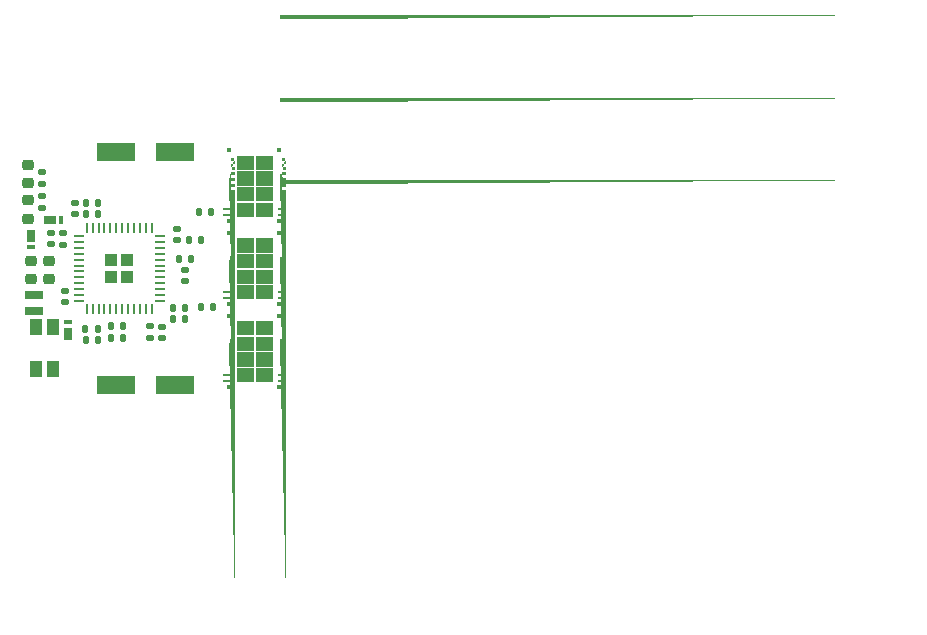
<source format=gtp>
G04 #@! TF.GenerationSoftware,KiCad,Pcbnew,(6.0.7-1)-1*
G04 #@! TF.CreationDate,2023-01-06T02:07:54-05:00*
G04 #@! TF.ProjectId,O32controller,4f333263-6f6e-4747-926f-6c6c65722e6b,rev?*
G04 #@! TF.SameCoordinates,Original*
G04 #@! TF.FileFunction,Paste,Top*
G04 #@! TF.FilePolarity,Positive*
%FSLAX46Y46*%
G04 Gerber Fmt 4.6, Leading zero omitted, Abs format (unit mm)*
G04 Created by KiCad (PCBNEW (6.0.7-1)-1) date 2023-01-06 02:07:54*
%MOMM*%
%LPD*%
G01*
G04 APERTURE LIST*
G04 Aperture macros list*
%AMRoundRect*
0 Rectangle with rounded corners*
0 $1 Rounding radius*
0 $2 $3 $4 $5 $6 $7 $8 $9 X,Y pos of 4 corners*
0 Add a 4 corners polygon primitive as box body*
4,1,4,$2,$3,$4,$5,$6,$7,$8,$9,$2,$3,0*
0 Add four circle primitives for the rounded corners*
1,1,$1+$1,$2,$3*
1,1,$1+$1,$4,$5*
1,1,$1+$1,$6,$7*
1,1,$1+$1,$8,$9*
0 Add four rect primitives between the rounded corners*
20,1,$1+$1,$2,$3,$4,$5,0*
20,1,$1+$1,$4,$5,$6,$7,0*
20,1,$1+$1,$6,$7,$8,$9,0*
20,1,$1+$1,$8,$9,$2,$3,0*%
%AMFreePoly0*
4,1,78,0.535355,2.120355,0.550000,2.085000,0.550000,1.935000,0.535355,1.899645,0.500000,1.885000,0.150000,1.885000,0.150000,1.635000,0.500000,1.635000,0.535355,1.620355,0.550000,1.585000,0.550000,1.435000,0.535355,1.399645,0.500000,1.385000,0.150000,1.385000,0.150000,1.135000,0.500000,1.135000,0.535355,1.120355,0.550000,1.085000,0.550000,0.935000,0.535355,0.899645,
0.500000,0.885000,0.150000,0.885000,0.150000,0.635000,0.500000,0.635000,0.535355,0.620355,0.550000,0.585000,0.550000,0.435000,0.535355,0.399645,0.500000,0.385000,0.150000,0.385000,0.150000,0.135000,0.500000,0.135000,0.535355,0.120355,0.550000,0.085000,0.550000,-0.065000,0.535355,-0.100355,0.500000,-0.115000,0.150000,-0.115000,0.150000,-0.365000,0.500000,-0.365000,
0.535355,-0.379645,0.550000,-0.415000,0.550000,-0.565000,0.535355,-0.600355,0.500000,-0.615000,0.150000,-0.615000,0.150000,-0.865000,0.500000,-0.865000,0.535355,-0.879645,0.550000,-0.915000,0.550000,-1.065000,0.535355,-1.100355,0.500000,-1.115000,0.150000,-1.115000,0.150000,-1.365000,0.500000,-1.365000,0.535355,-1.379645,0.550000,-1.415000,0.550000,-1.565000,0.535355,-1.600355,
0.500000,-1.615000,0.150000,-1.615000,0.150000,-1.865000,0.500000,-1.865000,0.535355,-1.879645,0.550000,-1.915000,0.550000,-2.065000,0.535355,-2.100355,0.500000,-2.115000,-0.100000,-2.115000,-0.102414,-2.114000,-0.150000,-2.114000,-0.150000,2.114000,-0.137987,2.114000,-0.135355,2.120355,-0.100000,2.135000,0.500000,2.135000,0.535355,2.120355,0.535355,2.120355,$1*%
G04 Aperture macros list end*
%ADD10C,0.100000*%
%ADD11R,0.385000X0.690000*%
%ADD12R,1.035000X0.690000*%
%ADD13RoundRect,0.218750X0.256250X-0.218750X0.256250X0.218750X-0.256250X0.218750X-0.256250X-0.218750X0*%
%ADD14RoundRect,0.140000X0.140000X0.170000X-0.140000X0.170000X-0.140000X-0.170000X0.140000X-0.170000X0*%
%ADD15RoundRect,0.225000X0.250000X-0.225000X0.250000X0.225000X-0.250000X0.225000X-0.250000X-0.225000X0*%
%ADD16R,1.050000X1.400000*%
%ADD17RoundRect,0.135000X0.135000X0.185000X-0.135000X0.185000X-0.135000X-0.185000X0.135000X-0.185000X0*%
%ADD18RoundRect,0.250000X-0.300000X-0.300000X0.300000X-0.300000X0.300000X0.300000X-0.300000X0.300000X0*%
%ADD19RoundRect,0.062500X-0.375000X-0.062500X0.375000X-0.062500X0.375000X0.062500X-0.375000X0.062500X0*%
%ADD20RoundRect,0.062500X-0.062500X-0.375000X0.062500X-0.375000X0.062500X0.375000X-0.062500X0.375000X0*%
%ADD21RoundRect,0.135000X0.185000X-0.135000X0.185000X0.135000X-0.185000X0.135000X-0.185000X-0.135000X0*%
%ADD22RoundRect,0.140000X-0.170000X0.140000X-0.170000X-0.140000X0.170000X-0.140000X0.170000X0.140000X0*%
%ADD23R,3.200000X1.600000*%
%ADD24RoundRect,0.135000X-0.135000X-0.185000X0.135000X-0.185000X0.135000X0.185000X-0.135000X0.185000X0*%
%ADD25R,0.700001X0.249999*%
%ADD26FreePoly0,0.000000*%
%ADD27FreePoly0,180.000000*%
%ADD28R,0.429999X0.375001*%
%ADD29R,1.600000X0.650000*%
%ADD30RoundRect,0.135000X-0.185000X0.135000X-0.185000X-0.135000X0.185000X-0.135000X0.185000X0.135000X0*%
%ADD31RoundRect,0.140000X0.170000X-0.140000X0.170000X0.140000X-0.170000X0.140000X-0.170000X-0.140000X0*%
%ADD32R,0.690000X0.385000*%
%ADD33R,0.690000X1.035000*%
%ADD34RoundRect,0.225000X-0.250000X0.225000X-0.250000X-0.225000X0.250000X-0.225000X0.250000X0.225000X0*%
G04 APERTURE END LIST*
G36*
X57919433Y-51420973D02*
G01*
X57928887Y-51423840D01*
X57937599Y-51428499D01*
X57945237Y-51434765D01*
X57951506Y-51442402D01*
X57956164Y-51451117D01*
X57959032Y-51460571D01*
X57960000Y-51470403D01*
X57960000Y-52489604D01*
X57959032Y-52499436D01*
X57956164Y-52508890D01*
X57951506Y-52517605D01*
X57945237Y-52525243D01*
X57937599Y-52531509D01*
X57928887Y-52536167D01*
X57919433Y-52539035D01*
X57909598Y-52540005D01*
X56600401Y-52540005D01*
X56590566Y-52539035D01*
X56581112Y-52536167D01*
X56572400Y-52531509D01*
X56564762Y-52525243D01*
X56558494Y-52517605D01*
X56553835Y-52508890D01*
X56550968Y-52499436D01*
X56550000Y-52489604D01*
X56550000Y-51470403D01*
X56550968Y-51460571D01*
X56553835Y-51451117D01*
X56558494Y-51442402D01*
X56564762Y-51434765D01*
X56572400Y-51428499D01*
X56581112Y-51423840D01*
X56590566Y-51420973D01*
X56600401Y-51420005D01*
X57909598Y-51420005D01*
X57919433Y-51420973D01*
G37*
D10*
X57919433Y-51420973D02*
X57928887Y-51423840D01*
X57937599Y-51428499D01*
X57945237Y-51434765D01*
X57951506Y-51442402D01*
X57956164Y-51451117D01*
X57959032Y-51460571D01*
X57960000Y-51470403D01*
X57960000Y-52489604D01*
X57959032Y-52499436D01*
X57956164Y-52508890D01*
X57951506Y-52517605D01*
X57945237Y-52525243D01*
X57937599Y-52531509D01*
X57928887Y-52536167D01*
X57919433Y-52539035D01*
X57909598Y-52540005D01*
X56600401Y-52540005D01*
X56590566Y-52539035D01*
X56581112Y-52536167D01*
X56572400Y-52531509D01*
X56564762Y-52525243D01*
X56558494Y-52517605D01*
X56553835Y-52508890D01*
X56550968Y-52499436D01*
X56550000Y-52489604D01*
X56550000Y-51470403D01*
X56550968Y-51460571D01*
X56553835Y-51451117D01*
X56558494Y-51442402D01*
X56564762Y-51434765D01*
X56572400Y-51428499D01*
X56581112Y-51423840D01*
X56590566Y-51420973D01*
X56600401Y-51420005D01*
X57909598Y-51420005D01*
X57919433Y-51420973D01*
G36*
X57919433Y-47460965D02*
G01*
X57928887Y-47463833D01*
X57937599Y-47468491D01*
X57945237Y-47474757D01*
X57951506Y-47482395D01*
X57956164Y-47491110D01*
X57959032Y-47500564D01*
X57960000Y-47510396D01*
X57960000Y-48529597D01*
X57959032Y-48539429D01*
X57956164Y-48548883D01*
X57951506Y-48557598D01*
X57945237Y-48565235D01*
X57937599Y-48571501D01*
X57928887Y-48576160D01*
X57919433Y-48579027D01*
X57909598Y-48579995D01*
X56600401Y-48579995D01*
X56590566Y-48579027D01*
X56581112Y-48576160D01*
X56572400Y-48571501D01*
X56564762Y-48565235D01*
X56558494Y-48557598D01*
X56553835Y-48548883D01*
X56550968Y-48539429D01*
X56550000Y-48529597D01*
X56550000Y-47510396D01*
X56550968Y-47500564D01*
X56553835Y-47491110D01*
X56558494Y-47482395D01*
X56564762Y-47474757D01*
X56572400Y-47468491D01*
X56581112Y-47463833D01*
X56590566Y-47460965D01*
X56600401Y-47459995D01*
X57909598Y-47459995D01*
X57919433Y-47460965D01*
G37*
X57919433Y-47460965D02*
X57928887Y-47463833D01*
X57937599Y-47468491D01*
X57945237Y-47474757D01*
X57951506Y-47482395D01*
X57956164Y-47491110D01*
X57959032Y-47500564D01*
X57960000Y-47510396D01*
X57960000Y-48529597D01*
X57959032Y-48539429D01*
X57956164Y-48548883D01*
X57951506Y-48557598D01*
X57945237Y-48565235D01*
X57937599Y-48571501D01*
X57928887Y-48576160D01*
X57919433Y-48579027D01*
X57909598Y-48579995D01*
X56600401Y-48579995D01*
X56590566Y-48579027D01*
X56581112Y-48576160D01*
X56572400Y-48571501D01*
X56564762Y-48565235D01*
X56558494Y-48557598D01*
X56553835Y-48548883D01*
X56550968Y-48539429D01*
X56550000Y-48529597D01*
X56550000Y-47510396D01*
X56550968Y-47500564D01*
X56553835Y-47491110D01*
X56558494Y-47482395D01*
X56564762Y-47474757D01*
X56572400Y-47468491D01*
X56581112Y-47463833D01*
X56590566Y-47460965D01*
X56600401Y-47459995D01*
X57909598Y-47459995D01*
X57919433Y-47460965D01*
G36*
X56309434Y-48780968D02*
G01*
X56318888Y-48783835D01*
X56327600Y-48788494D01*
X56335238Y-48794760D01*
X56341506Y-48802398D01*
X56346165Y-48811112D01*
X56349032Y-48820566D01*
X56350000Y-48830399D01*
X56350000Y-49849599D01*
X56349032Y-49859431D01*
X56346165Y-49868885D01*
X56341506Y-49877600D01*
X56335238Y-49885238D01*
X56327600Y-49891504D01*
X56318888Y-49896162D01*
X56309434Y-49899030D01*
X56299599Y-49899998D01*
X54990402Y-49899998D01*
X54980567Y-49899030D01*
X54971113Y-49896162D01*
X54962401Y-49891504D01*
X54954763Y-49885238D01*
X54948494Y-49877600D01*
X54943836Y-49868885D01*
X54940968Y-49859431D01*
X54940000Y-49849599D01*
X54940000Y-48830399D01*
X54940968Y-48820566D01*
X54943836Y-48811112D01*
X54948494Y-48802398D01*
X54954763Y-48794760D01*
X54962401Y-48788494D01*
X54971113Y-48783835D01*
X54980567Y-48780968D01*
X54990402Y-48779997D01*
X56299599Y-48779997D01*
X56309434Y-48780968D01*
G37*
X56309434Y-48780968D02*
X56318888Y-48783835D01*
X56327600Y-48788494D01*
X56335238Y-48794760D01*
X56341506Y-48802398D01*
X56346165Y-48811112D01*
X56349032Y-48820566D01*
X56350000Y-48830399D01*
X56350000Y-49849599D01*
X56349032Y-49859431D01*
X56346165Y-49868885D01*
X56341506Y-49877600D01*
X56335238Y-49885238D01*
X56327600Y-49891504D01*
X56318888Y-49896162D01*
X56309434Y-49899030D01*
X56299599Y-49899998D01*
X54990402Y-49899998D01*
X54980567Y-49899030D01*
X54971113Y-49896162D01*
X54962401Y-49891504D01*
X54954763Y-49885238D01*
X54948494Y-49877600D01*
X54943836Y-49868885D01*
X54940968Y-49859431D01*
X54940000Y-49849599D01*
X54940000Y-48830399D01*
X54940968Y-48820566D01*
X54943836Y-48811112D01*
X54948494Y-48802398D01*
X54954763Y-48794760D01*
X54962401Y-48788494D01*
X54971113Y-48783835D01*
X54980567Y-48780968D01*
X54990402Y-48779997D01*
X56299599Y-48779997D01*
X56309434Y-48780968D01*
G36*
X56309434Y-50100970D02*
G01*
X56318888Y-50103838D01*
X56327600Y-50108496D01*
X56335238Y-50114762D01*
X56341506Y-50122400D01*
X56346165Y-50131115D01*
X56349032Y-50140569D01*
X56350000Y-50150401D01*
X56350000Y-51169601D01*
X56349032Y-51179434D01*
X56346165Y-51188888D01*
X56341506Y-51197602D01*
X56335238Y-51205240D01*
X56327600Y-51211506D01*
X56318888Y-51216165D01*
X56309434Y-51219032D01*
X56299599Y-51220003D01*
X54990402Y-51220003D01*
X54980567Y-51219032D01*
X54971113Y-51216165D01*
X54962401Y-51211506D01*
X54954763Y-51205240D01*
X54948494Y-51197602D01*
X54943836Y-51188888D01*
X54940968Y-51179434D01*
X54940000Y-51169601D01*
X54940000Y-50150401D01*
X54940968Y-50140569D01*
X54943836Y-50131115D01*
X54948494Y-50122400D01*
X54954763Y-50114762D01*
X54962401Y-50108496D01*
X54971113Y-50103838D01*
X54980567Y-50100970D01*
X54990402Y-50100002D01*
X56299599Y-50100002D01*
X56309434Y-50100970D01*
G37*
X56309434Y-50100970D02*
X56318888Y-50103838D01*
X56327600Y-50108496D01*
X56335238Y-50114762D01*
X56341506Y-50122400D01*
X56346165Y-50131115D01*
X56349032Y-50140569D01*
X56350000Y-50150401D01*
X56350000Y-51169601D01*
X56349032Y-51179434D01*
X56346165Y-51188888D01*
X56341506Y-51197602D01*
X56335238Y-51205240D01*
X56327600Y-51211506D01*
X56318888Y-51216165D01*
X56309434Y-51219032D01*
X56299599Y-51220003D01*
X54990402Y-51220003D01*
X54980567Y-51219032D01*
X54971113Y-51216165D01*
X54962401Y-51211506D01*
X54954763Y-51205240D01*
X54948494Y-51197602D01*
X54943836Y-51188888D01*
X54940968Y-51179434D01*
X54940000Y-51169601D01*
X54940000Y-50150401D01*
X54940968Y-50140569D01*
X54943836Y-50131115D01*
X54948494Y-50122400D01*
X54954763Y-50114762D01*
X54962401Y-50108496D01*
X54971113Y-50103838D01*
X54980567Y-50100970D01*
X54990402Y-50100002D01*
X56299599Y-50100002D01*
X56309434Y-50100970D01*
G36*
X56309434Y-51420973D02*
G01*
X56318888Y-51423840D01*
X56327600Y-51428499D01*
X56335238Y-51434765D01*
X56341506Y-51442402D01*
X56346165Y-51451117D01*
X56349032Y-51460571D01*
X56350000Y-51470403D01*
X56350000Y-52489604D01*
X56349032Y-52499436D01*
X56346165Y-52508890D01*
X56341506Y-52517605D01*
X56335238Y-52525243D01*
X56327600Y-52531509D01*
X56318888Y-52536167D01*
X56309434Y-52539035D01*
X56299599Y-52540005D01*
X54990402Y-52540005D01*
X54980567Y-52539035D01*
X54971113Y-52536167D01*
X54962401Y-52531509D01*
X54954763Y-52525243D01*
X54948494Y-52517605D01*
X54943836Y-52508890D01*
X54940968Y-52499436D01*
X54940000Y-52489604D01*
X54940000Y-51470403D01*
X54940968Y-51460571D01*
X54943836Y-51451117D01*
X54948494Y-51442402D01*
X54954763Y-51434765D01*
X54962401Y-51428499D01*
X54971113Y-51423840D01*
X54980567Y-51420973D01*
X54990402Y-51420005D01*
X56299599Y-51420005D01*
X56309434Y-51420973D01*
G37*
X56309434Y-51420973D02*
X56318888Y-51423840D01*
X56327600Y-51428499D01*
X56335238Y-51434765D01*
X56341506Y-51442402D01*
X56346165Y-51451117D01*
X56349032Y-51460571D01*
X56350000Y-51470403D01*
X56350000Y-52489604D01*
X56349032Y-52499436D01*
X56346165Y-52508890D01*
X56341506Y-52517605D01*
X56335238Y-52525243D01*
X56327600Y-52531509D01*
X56318888Y-52536167D01*
X56309434Y-52539035D01*
X56299599Y-52540005D01*
X54990402Y-52540005D01*
X54980567Y-52539035D01*
X54971113Y-52536167D01*
X54962401Y-52531509D01*
X54954763Y-52525243D01*
X54948494Y-52517605D01*
X54943836Y-52508890D01*
X54940968Y-52499436D01*
X54940000Y-52489604D01*
X54940000Y-51470403D01*
X54940968Y-51460571D01*
X54943836Y-51451117D01*
X54948494Y-51442402D01*
X54954763Y-51434765D01*
X54962401Y-51428499D01*
X54971113Y-51423840D01*
X54980567Y-51420973D01*
X54990402Y-51420005D01*
X56299599Y-51420005D01*
X56309434Y-51420973D01*
G36*
X57919433Y-50100970D02*
G01*
X57928887Y-50103838D01*
X57937599Y-50108496D01*
X57945237Y-50114762D01*
X57951506Y-50122400D01*
X57956164Y-50131115D01*
X57959032Y-50140569D01*
X57960000Y-50150401D01*
X57960000Y-51169601D01*
X57959032Y-51179434D01*
X57956164Y-51188888D01*
X57951506Y-51197602D01*
X57945237Y-51205240D01*
X57937599Y-51211506D01*
X57928887Y-51216165D01*
X57919433Y-51219032D01*
X57909598Y-51220003D01*
X56600401Y-51220003D01*
X56590566Y-51219032D01*
X56581112Y-51216165D01*
X56572400Y-51211506D01*
X56564762Y-51205240D01*
X56558494Y-51197602D01*
X56553835Y-51188888D01*
X56550968Y-51179434D01*
X56550000Y-51169601D01*
X56550000Y-50150401D01*
X56550968Y-50140569D01*
X56553835Y-50131115D01*
X56558494Y-50122400D01*
X56564762Y-50114762D01*
X56572400Y-50108496D01*
X56581112Y-50103838D01*
X56590566Y-50100970D01*
X56600401Y-50100002D01*
X57909598Y-50100002D01*
X57919433Y-50100970D01*
G37*
X57919433Y-50100970D02*
X57928887Y-50103838D01*
X57937599Y-50108496D01*
X57945237Y-50114762D01*
X57951506Y-50122400D01*
X57956164Y-50131115D01*
X57959032Y-50140569D01*
X57960000Y-50150401D01*
X57960000Y-51169601D01*
X57959032Y-51179434D01*
X57956164Y-51188888D01*
X57951506Y-51197602D01*
X57945237Y-51205240D01*
X57937599Y-51211506D01*
X57928887Y-51216165D01*
X57919433Y-51219032D01*
X57909598Y-51220003D01*
X56600401Y-51220003D01*
X56590566Y-51219032D01*
X56581112Y-51216165D01*
X56572400Y-51211506D01*
X56564762Y-51205240D01*
X56558494Y-51197602D01*
X56553835Y-51188888D01*
X56550968Y-51179434D01*
X56550000Y-51169601D01*
X56550000Y-50150401D01*
X56550968Y-50140569D01*
X56553835Y-50131115D01*
X56558494Y-50122400D01*
X56564762Y-50114762D01*
X56572400Y-50108496D01*
X56581112Y-50103838D01*
X56590566Y-50100970D01*
X56600401Y-50100002D01*
X57909598Y-50100002D01*
X57919433Y-50100970D01*
G36*
X56309434Y-47460965D02*
G01*
X56318888Y-47463833D01*
X56327600Y-47468491D01*
X56335238Y-47474757D01*
X56341506Y-47482395D01*
X56346165Y-47491110D01*
X56349032Y-47500564D01*
X56350000Y-47510396D01*
X56350000Y-48529597D01*
X56349032Y-48539429D01*
X56346165Y-48548883D01*
X56341506Y-48557598D01*
X56335238Y-48565235D01*
X56327600Y-48571501D01*
X56318888Y-48576160D01*
X56309434Y-48579027D01*
X56299599Y-48579995D01*
X54990402Y-48579995D01*
X54980567Y-48579027D01*
X54971113Y-48576160D01*
X54962401Y-48571501D01*
X54954763Y-48565235D01*
X54948494Y-48557598D01*
X54943836Y-48548883D01*
X54940968Y-48539429D01*
X54940000Y-48529597D01*
X54940000Y-47510396D01*
X54940968Y-47500564D01*
X54943836Y-47491110D01*
X54948494Y-47482395D01*
X54954763Y-47474757D01*
X54962401Y-47468491D01*
X54971113Y-47463833D01*
X54980567Y-47460965D01*
X54990402Y-47459995D01*
X56299599Y-47459995D01*
X56309434Y-47460965D01*
G37*
X56309434Y-47460965D02*
X56318888Y-47463833D01*
X56327600Y-47468491D01*
X56335238Y-47474757D01*
X56341506Y-47482395D01*
X56346165Y-47491110D01*
X56349032Y-47500564D01*
X56350000Y-47510396D01*
X56350000Y-48529597D01*
X56349032Y-48539429D01*
X56346165Y-48548883D01*
X56341506Y-48557598D01*
X56335238Y-48565235D01*
X56327600Y-48571501D01*
X56318888Y-48576160D01*
X56309434Y-48579027D01*
X56299599Y-48579995D01*
X54990402Y-48579995D01*
X54980567Y-48579027D01*
X54971113Y-48576160D01*
X54962401Y-48571501D01*
X54954763Y-48565235D01*
X54948494Y-48557598D01*
X54943836Y-48548883D01*
X54940968Y-48539429D01*
X54940000Y-48529597D01*
X54940000Y-47510396D01*
X54940968Y-47500564D01*
X54943836Y-47491110D01*
X54948494Y-47482395D01*
X54954763Y-47474757D01*
X54962401Y-47468491D01*
X54971113Y-47463833D01*
X54980567Y-47460965D01*
X54990402Y-47459995D01*
X56299599Y-47459995D01*
X56309434Y-47460965D01*
G36*
X57919433Y-48780968D02*
G01*
X57928887Y-48783835D01*
X57937599Y-48788494D01*
X57945237Y-48794760D01*
X57951506Y-48802398D01*
X57956164Y-48811112D01*
X57959032Y-48820566D01*
X57960000Y-48830399D01*
X57960000Y-49849599D01*
X57959032Y-49859431D01*
X57956164Y-49868885D01*
X57951506Y-49877600D01*
X57945237Y-49885238D01*
X57937599Y-49891504D01*
X57928887Y-49896162D01*
X57919433Y-49899030D01*
X57909598Y-49899998D01*
X56600401Y-49899998D01*
X56590566Y-49899030D01*
X56581112Y-49896162D01*
X56572400Y-49891504D01*
X56564762Y-49885238D01*
X56558494Y-49877600D01*
X56553835Y-49868885D01*
X56550968Y-49859431D01*
X56550000Y-49849599D01*
X56550000Y-48830399D01*
X56550968Y-48820566D01*
X56553835Y-48811112D01*
X56558494Y-48802398D01*
X56564762Y-48794760D01*
X56572400Y-48788494D01*
X56581112Y-48783835D01*
X56590566Y-48780968D01*
X56600401Y-48779997D01*
X57909598Y-48779997D01*
X57919433Y-48780968D01*
G37*
X57919433Y-48780968D02*
X57928887Y-48783835D01*
X57937599Y-48788494D01*
X57945237Y-48794760D01*
X57951506Y-48802398D01*
X57956164Y-48811112D01*
X57959032Y-48820566D01*
X57960000Y-48830399D01*
X57960000Y-49849599D01*
X57959032Y-49859431D01*
X57956164Y-49868885D01*
X57951506Y-49877600D01*
X57945237Y-49885238D01*
X57937599Y-49891504D01*
X57928887Y-49896162D01*
X57919433Y-49899030D01*
X57909598Y-49899998D01*
X56600401Y-49899998D01*
X56590566Y-49899030D01*
X56581112Y-49896162D01*
X56572400Y-49891504D01*
X56564762Y-49885238D01*
X56558494Y-49877600D01*
X56553835Y-49868885D01*
X56550968Y-49859431D01*
X56550000Y-49849599D01*
X56550000Y-48830399D01*
X56550968Y-48820566D01*
X56553835Y-48811112D01*
X56558494Y-48802398D01*
X56564762Y-48794760D01*
X56572400Y-48788494D01*
X56581112Y-48783835D01*
X56590566Y-48780968D01*
X56600401Y-48779997D01*
X57909598Y-48779997D01*
X57919433Y-48780968D01*
G36*
X56309434Y-57100970D02*
G01*
X56318888Y-57103838D01*
X56327600Y-57108496D01*
X56335238Y-57114762D01*
X56341506Y-57122400D01*
X56346165Y-57131115D01*
X56349032Y-57140569D01*
X56350000Y-57150401D01*
X56350000Y-58169601D01*
X56349032Y-58179434D01*
X56346165Y-58188888D01*
X56341506Y-58197602D01*
X56335238Y-58205240D01*
X56327600Y-58211506D01*
X56318888Y-58216165D01*
X56309434Y-58219032D01*
X56299599Y-58220003D01*
X54990402Y-58220003D01*
X54980567Y-58219032D01*
X54971113Y-58216165D01*
X54962401Y-58211506D01*
X54954763Y-58205240D01*
X54948494Y-58197602D01*
X54943836Y-58188888D01*
X54940968Y-58179434D01*
X54940000Y-58169601D01*
X54940000Y-57150401D01*
X54940968Y-57140569D01*
X54943836Y-57131115D01*
X54948494Y-57122400D01*
X54954763Y-57114762D01*
X54962401Y-57108496D01*
X54971113Y-57103838D01*
X54980567Y-57100970D01*
X54990402Y-57100002D01*
X56299599Y-57100002D01*
X56309434Y-57100970D01*
G37*
X56309434Y-57100970D02*
X56318888Y-57103838D01*
X56327600Y-57108496D01*
X56335238Y-57114762D01*
X56341506Y-57122400D01*
X56346165Y-57131115D01*
X56349032Y-57140569D01*
X56350000Y-57150401D01*
X56350000Y-58169601D01*
X56349032Y-58179434D01*
X56346165Y-58188888D01*
X56341506Y-58197602D01*
X56335238Y-58205240D01*
X56327600Y-58211506D01*
X56318888Y-58216165D01*
X56309434Y-58219032D01*
X56299599Y-58220003D01*
X54990402Y-58220003D01*
X54980567Y-58219032D01*
X54971113Y-58216165D01*
X54962401Y-58211506D01*
X54954763Y-58205240D01*
X54948494Y-58197602D01*
X54943836Y-58188888D01*
X54940968Y-58179434D01*
X54940000Y-58169601D01*
X54940000Y-57150401D01*
X54940968Y-57140569D01*
X54943836Y-57131115D01*
X54948494Y-57122400D01*
X54954763Y-57114762D01*
X54962401Y-57108496D01*
X54971113Y-57103838D01*
X54980567Y-57100970D01*
X54990402Y-57100002D01*
X56299599Y-57100002D01*
X56309434Y-57100970D01*
G36*
X56309434Y-54460965D02*
G01*
X56318888Y-54463833D01*
X56327600Y-54468491D01*
X56335238Y-54474757D01*
X56341506Y-54482395D01*
X56346165Y-54491110D01*
X56349032Y-54500564D01*
X56350000Y-54510396D01*
X56350000Y-55529597D01*
X56349032Y-55539429D01*
X56346165Y-55548883D01*
X56341506Y-55557598D01*
X56335238Y-55565235D01*
X56327600Y-55571501D01*
X56318888Y-55576160D01*
X56309434Y-55579027D01*
X56299599Y-55579995D01*
X54990402Y-55579995D01*
X54980567Y-55579027D01*
X54971113Y-55576160D01*
X54962401Y-55571501D01*
X54954763Y-55565235D01*
X54948494Y-55557598D01*
X54943836Y-55548883D01*
X54940968Y-55539429D01*
X54940000Y-55529597D01*
X54940000Y-54510396D01*
X54940968Y-54500564D01*
X54943836Y-54491110D01*
X54948494Y-54482395D01*
X54954763Y-54474757D01*
X54962401Y-54468491D01*
X54971113Y-54463833D01*
X54980567Y-54460965D01*
X54990402Y-54459995D01*
X56299599Y-54459995D01*
X56309434Y-54460965D01*
G37*
X56309434Y-54460965D02*
X56318888Y-54463833D01*
X56327600Y-54468491D01*
X56335238Y-54474757D01*
X56341506Y-54482395D01*
X56346165Y-54491110D01*
X56349032Y-54500564D01*
X56350000Y-54510396D01*
X56350000Y-55529597D01*
X56349032Y-55539429D01*
X56346165Y-55548883D01*
X56341506Y-55557598D01*
X56335238Y-55565235D01*
X56327600Y-55571501D01*
X56318888Y-55576160D01*
X56309434Y-55579027D01*
X56299599Y-55579995D01*
X54990402Y-55579995D01*
X54980567Y-55579027D01*
X54971113Y-55576160D01*
X54962401Y-55571501D01*
X54954763Y-55565235D01*
X54948494Y-55557598D01*
X54943836Y-55548883D01*
X54940968Y-55539429D01*
X54940000Y-55529597D01*
X54940000Y-54510396D01*
X54940968Y-54500564D01*
X54943836Y-54491110D01*
X54948494Y-54482395D01*
X54954763Y-54474757D01*
X54962401Y-54468491D01*
X54971113Y-54463833D01*
X54980567Y-54460965D01*
X54990402Y-54459995D01*
X56299599Y-54459995D01*
X56309434Y-54460965D01*
G36*
X56309434Y-55780968D02*
G01*
X56318888Y-55783835D01*
X56327600Y-55788494D01*
X56335238Y-55794760D01*
X56341506Y-55802398D01*
X56346165Y-55811112D01*
X56349032Y-55820566D01*
X56350000Y-55830399D01*
X56350000Y-56849599D01*
X56349032Y-56859431D01*
X56346165Y-56868885D01*
X56341506Y-56877600D01*
X56335238Y-56885238D01*
X56327600Y-56891504D01*
X56318888Y-56896162D01*
X56309434Y-56899030D01*
X56299599Y-56899998D01*
X54990402Y-56899998D01*
X54980567Y-56899030D01*
X54971113Y-56896162D01*
X54962401Y-56891504D01*
X54954763Y-56885238D01*
X54948494Y-56877600D01*
X54943836Y-56868885D01*
X54940968Y-56859431D01*
X54940000Y-56849599D01*
X54940000Y-55830399D01*
X54940968Y-55820566D01*
X54943836Y-55811112D01*
X54948494Y-55802398D01*
X54954763Y-55794760D01*
X54962401Y-55788494D01*
X54971113Y-55783835D01*
X54980567Y-55780968D01*
X54990402Y-55779997D01*
X56299599Y-55779997D01*
X56309434Y-55780968D01*
G37*
X56309434Y-55780968D02*
X56318888Y-55783835D01*
X56327600Y-55788494D01*
X56335238Y-55794760D01*
X56341506Y-55802398D01*
X56346165Y-55811112D01*
X56349032Y-55820566D01*
X56350000Y-55830399D01*
X56350000Y-56849599D01*
X56349032Y-56859431D01*
X56346165Y-56868885D01*
X56341506Y-56877600D01*
X56335238Y-56885238D01*
X56327600Y-56891504D01*
X56318888Y-56896162D01*
X56309434Y-56899030D01*
X56299599Y-56899998D01*
X54990402Y-56899998D01*
X54980567Y-56899030D01*
X54971113Y-56896162D01*
X54962401Y-56891504D01*
X54954763Y-56885238D01*
X54948494Y-56877600D01*
X54943836Y-56868885D01*
X54940968Y-56859431D01*
X54940000Y-56849599D01*
X54940000Y-55830399D01*
X54940968Y-55820566D01*
X54943836Y-55811112D01*
X54948494Y-55802398D01*
X54954763Y-55794760D01*
X54962401Y-55788494D01*
X54971113Y-55783835D01*
X54980567Y-55780968D01*
X54990402Y-55779997D01*
X56299599Y-55779997D01*
X56309434Y-55780968D01*
G36*
X57919433Y-54460965D02*
G01*
X57928887Y-54463833D01*
X57937599Y-54468491D01*
X57945237Y-54474757D01*
X57951506Y-54482395D01*
X57956164Y-54491110D01*
X57959032Y-54500564D01*
X57960000Y-54510396D01*
X57960000Y-55529597D01*
X57959032Y-55539429D01*
X57956164Y-55548883D01*
X57951506Y-55557598D01*
X57945237Y-55565235D01*
X57937599Y-55571501D01*
X57928887Y-55576160D01*
X57919433Y-55579027D01*
X57909598Y-55579995D01*
X56600401Y-55579995D01*
X56590566Y-55579027D01*
X56581112Y-55576160D01*
X56572400Y-55571501D01*
X56564762Y-55565235D01*
X56558494Y-55557598D01*
X56553835Y-55548883D01*
X56550968Y-55539429D01*
X56550000Y-55529597D01*
X56550000Y-54510396D01*
X56550968Y-54500564D01*
X56553835Y-54491110D01*
X56558494Y-54482395D01*
X56564762Y-54474757D01*
X56572400Y-54468491D01*
X56581112Y-54463833D01*
X56590566Y-54460965D01*
X56600401Y-54459995D01*
X57909598Y-54459995D01*
X57919433Y-54460965D01*
G37*
X57919433Y-54460965D02*
X57928887Y-54463833D01*
X57937599Y-54468491D01*
X57945237Y-54474757D01*
X57951506Y-54482395D01*
X57956164Y-54491110D01*
X57959032Y-54500564D01*
X57960000Y-54510396D01*
X57960000Y-55529597D01*
X57959032Y-55539429D01*
X57956164Y-55548883D01*
X57951506Y-55557598D01*
X57945237Y-55565235D01*
X57937599Y-55571501D01*
X57928887Y-55576160D01*
X57919433Y-55579027D01*
X57909598Y-55579995D01*
X56600401Y-55579995D01*
X56590566Y-55579027D01*
X56581112Y-55576160D01*
X56572400Y-55571501D01*
X56564762Y-55565235D01*
X56558494Y-55557598D01*
X56553835Y-55548883D01*
X56550968Y-55539429D01*
X56550000Y-55529597D01*
X56550000Y-54510396D01*
X56550968Y-54500564D01*
X56553835Y-54491110D01*
X56558494Y-54482395D01*
X56564762Y-54474757D01*
X56572400Y-54468491D01*
X56581112Y-54463833D01*
X56590566Y-54460965D01*
X56600401Y-54459995D01*
X57909598Y-54459995D01*
X57919433Y-54460965D01*
G36*
X56309434Y-58420973D02*
G01*
X56318888Y-58423840D01*
X56327600Y-58428499D01*
X56335238Y-58434765D01*
X56341506Y-58442402D01*
X56346165Y-58451117D01*
X56349032Y-58460571D01*
X56350000Y-58470403D01*
X56350000Y-59489604D01*
X56349032Y-59499436D01*
X56346165Y-59508890D01*
X56341506Y-59517605D01*
X56335238Y-59525243D01*
X56327600Y-59531509D01*
X56318888Y-59536167D01*
X56309434Y-59539035D01*
X56299599Y-59540005D01*
X54990402Y-59540005D01*
X54980567Y-59539035D01*
X54971113Y-59536167D01*
X54962401Y-59531509D01*
X54954763Y-59525243D01*
X54948494Y-59517605D01*
X54943836Y-59508890D01*
X54940968Y-59499436D01*
X54940000Y-59489604D01*
X54940000Y-58470403D01*
X54940968Y-58460571D01*
X54943836Y-58451117D01*
X54948494Y-58442402D01*
X54954763Y-58434765D01*
X54962401Y-58428499D01*
X54971113Y-58423840D01*
X54980567Y-58420973D01*
X54990402Y-58420005D01*
X56299599Y-58420005D01*
X56309434Y-58420973D01*
G37*
X56309434Y-58420973D02*
X56318888Y-58423840D01*
X56327600Y-58428499D01*
X56335238Y-58434765D01*
X56341506Y-58442402D01*
X56346165Y-58451117D01*
X56349032Y-58460571D01*
X56350000Y-58470403D01*
X56350000Y-59489604D01*
X56349032Y-59499436D01*
X56346165Y-59508890D01*
X56341506Y-59517605D01*
X56335238Y-59525243D01*
X56327600Y-59531509D01*
X56318888Y-59536167D01*
X56309434Y-59539035D01*
X56299599Y-59540005D01*
X54990402Y-59540005D01*
X54980567Y-59539035D01*
X54971113Y-59536167D01*
X54962401Y-59531509D01*
X54954763Y-59525243D01*
X54948494Y-59517605D01*
X54943836Y-59508890D01*
X54940968Y-59499436D01*
X54940000Y-59489604D01*
X54940000Y-58470403D01*
X54940968Y-58460571D01*
X54943836Y-58451117D01*
X54948494Y-58442402D01*
X54954763Y-58434765D01*
X54962401Y-58428499D01*
X54971113Y-58423840D01*
X54980567Y-58420973D01*
X54990402Y-58420005D01*
X56299599Y-58420005D01*
X56309434Y-58420973D01*
G36*
X57919433Y-57100970D02*
G01*
X57928887Y-57103838D01*
X57937599Y-57108496D01*
X57945237Y-57114762D01*
X57951506Y-57122400D01*
X57956164Y-57131115D01*
X57959032Y-57140569D01*
X57960000Y-57150401D01*
X57960000Y-58169601D01*
X57959032Y-58179434D01*
X57956164Y-58188888D01*
X57951506Y-58197602D01*
X57945237Y-58205240D01*
X57937599Y-58211506D01*
X57928887Y-58216165D01*
X57919433Y-58219032D01*
X57909598Y-58220003D01*
X56600401Y-58220003D01*
X56590566Y-58219032D01*
X56581112Y-58216165D01*
X56572400Y-58211506D01*
X56564762Y-58205240D01*
X56558494Y-58197602D01*
X56553835Y-58188888D01*
X56550968Y-58179434D01*
X56550000Y-58169601D01*
X56550000Y-57150401D01*
X56550968Y-57140569D01*
X56553835Y-57131115D01*
X56558494Y-57122400D01*
X56564762Y-57114762D01*
X56572400Y-57108496D01*
X56581112Y-57103838D01*
X56590566Y-57100970D01*
X56600401Y-57100002D01*
X57909598Y-57100002D01*
X57919433Y-57100970D01*
G37*
X57919433Y-57100970D02*
X57928887Y-57103838D01*
X57937599Y-57108496D01*
X57945237Y-57114762D01*
X57951506Y-57122400D01*
X57956164Y-57131115D01*
X57959032Y-57140569D01*
X57960000Y-57150401D01*
X57960000Y-58169601D01*
X57959032Y-58179434D01*
X57956164Y-58188888D01*
X57951506Y-58197602D01*
X57945237Y-58205240D01*
X57937599Y-58211506D01*
X57928887Y-58216165D01*
X57919433Y-58219032D01*
X57909598Y-58220003D01*
X56600401Y-58220003D01*
X56590566Y-58219032D01*
X56581112Y-58216165D01*
X56572400Y-58211506D01*
X56564762Y-58205240D01*
X56558494Y-58197602D01*
X56553835Y-58188888D01*
X56550968Y-58179434D01*
X56550000Y-58169601D01*
X56550000Y-57150401D01*
X56550968Y-57140569D01*
X56553835Y-57131115D01*
X56558494Y-57122400D01*
X56564762Y-57114762D01*
X56572400Y-57108496D01*
X56581112Y-57103838D01*
X56590566Y-57100970D01*
X56600401Y-57100002D01*
X57909598Y-57100002D01*
X57919433Y-57100970D01*
G36*
X57919433Y-58420973D02*
G01*
X57928887Y-58423840D01*
X57937599Y-58428499D01*
X57945237Y-58434765D01*
X57951506Y-58442402D01*
X57956164Y-58451117D01*
X57959032Y-58460571D01*
X57960000Y-58470403D01*
X57960000Y-59489604D01*
X57959032Y-59499436D01*
X57956164Y-59508890D01*
X57951506Y-59517605D01*
X57945237Y-59525243D01*
X57937599Y-59531509D01*
X57928887Y-59536167D01*
X57919433Y-59539035D01*
X57909598Y-59540005D01*
X56600401Y-59540005D01*
X56590566Y-59539035D01*
X56581112Y-59536167D01*
X56572400Y-59531509D01*
X56564762Y-59525243D01*
X56558494Y-59517605D01*
X56553835Y-59508890D01*
X56550968Y-59499436D01*
X56550000Y-59489604D01*
X56550000Y-58470403D01*
X56550968Y-58460571D01*
X56553835Y-58451117D01*
X56558494Y-58442402D01*
X56564762Y-58434765D01*
X56572400Y-58428499D01*
X56581112Y-58423840D01*
X56590566Y-58420973D01*
X56600401Y-58420005D01*
X57909598Y-58420005D01*
X57919433Y-58420973D01*
G37*
X57919433Y-58420973D02*
X57928887Y-58423840D01*
X57937599Y-58428499D01*
X57945237Y-58434765D01*
X57951506Y-58442402D01*
X57956164Y-58451117D01*
X57959032Y-58460571D01*
X57960000Y-58470403D01*
X57960000Y-59489604D01*
X57959032Y-59499436D01*
X57956164Y-59508890D01*
X57951506Y-59517605D01*
X57945237Y-59525243D01*
X57937599Y-59531509D01*
X57928887Y-59536167D01*
X57919433Y-59539035D01*
X57909598Y-59540005D01*
X56600401Y-59540005D01*
X56590566Y-59539035D01*
X56581112Y-59536167D01*
X56572400Y-59531509D01*
X56564762Y-59525243D01*
X56558494Y-59517605D01*
X56553835Y-59508890D01*
X56550968Y-59499436D01*
X56550000Y-59489604D01*
X56550000Y-58470403D01*
X56550968Y-58460571D01*
X56553835Y-58451117D01*
X56558494Y-58442402D01*
X56564762Y-58434765D01*
X56572400Y-58428499D01*
X56581112Y-58423840D01*
X56590566Y-58420973D01*
X56600401Y-58420005D01*
X57909598Y-58420005D01*
X57919433Y-58420973D01*
G36*
X57919433Y-55780968D02*
G01*
X57928887Y-55783835D01*
X57937599Y-55788494D01*
X57945237Y-55794760D01*
X57951506Y-55802398D01*
X57956164Y-55811112D01*
X57959032Y-55820566D01*
X57960000Y-55830399D01*
X57960000Y-56849599D01*
X57959032Y-56859431D01*
X57956164Y-56868885D01*
X57951506Y-56877600D01*
X57945237Y-56885238D01*
X57937599Y-56891504D01*
X57928887Y-56896162D01*
X57919433Y-56899030D01*
X57909598Y-56899998D01*
X56600401Y-56899998D01*
X56590566Y-56899030D01*
X56581112Y-56896162D01*
X56572400Y-56891504D01*
X56564762Y-56885238D01*
X56558494Y-56877600D01*
X56553835Y-56868885D01*
X56550968Y-56859431D01*
X56550000Y-56849599D01*
X56550000Y-55830399D01*
X56550968Y-55820566D01*
X56553835Y-55811112D01*
X56558494Y-55802398D01*
X56564762Y-55794760D01*
X56572400Y-55788494D01*
X56581112Y-55783835D01*
X56590566Y-55780968D01*
X56600401Y-55779997D01*
X57909598Y-55779997D01*
X57919433Y-55780968D01*
G37*
X57919433Y-55780968D02*
X57928887Y-55783835D01*
X57937599Y-55788494D01*
X57945237Y-55794760D01*
X57951506Y-55802398D01*
X57956164Y-55811112D01*
X57959032Y-55820566D01*
X57960000Y-55830399D01*
X57960000Y-56849599D01*
X57959032Y-56859431D01*
X57956164Y-56868885D01*
X57951506Y-56877600D01*
X57945237Y-56885238D01*
X57937599Y-56891504D01*
X57928887Y-56896162D01*
X57919433Y-56899030D01*
X57909598Y-56899998D01*
X56600401Y-56899998D01*
X56590566Y-56899030D01*
X56581112Y-56896162D01*
X56572400Y-56891504D01*
X56564762Y-56885238D01*
X56558494Y-56877600D01*
X56553835Y-56868885D01*
X56550968Y-56859431D01*
X56550000Y-56849599D01*
X56550000Y-55830399D01*
X56550968Y-55820566D01*
X56553835Y-55811112D01*
X56558494Y-55802398D01*
X56564762Y-55794760D01*
X56572400Y-55788494D01*
X56581112Y-55783835D01*
X56590566Y-55780968D01*
X56600401Y-55779997D01*
X57909598Y-55779997D01*
X57919433Y-55780968D01*
G36*
X56309434Y-40460965D02*
G01*
X56318888Y-40463833D01*
X56327600Y-40468491D01*
X56335238Y-40474757D01*
X56341506Y-40482395D01*
X56346165Y-40491110D01*
X56349032Y-40500564D01*
X56350000Y-40510396D01*
X56350000Y-41529597D01*
X56349032Y-41539429D01*
X56346165Y-41548883D01*
X56341506Y-41557598D01*
X56335238Y-41565235D01*
X56327600Y-41571501D01*
X56318888Y-41576160D01*
X56309434Y-41579027D01*
X56299599Y-41579995D01*
X54990402Y-41579995D01*
X54980567Y-41579027D01*
X54971113Y-41576160D01*
X54962401Y-41571501D01*
X54954763Y-41565235D01*
X54948494Y-41557598D01*
X54943836Y-41548883D01*
X54940968Y-41539429D01*
X54940000Y-41529597D01*
X54940000Y-40510396D01*
X54940968Y-40500564D01*
X54943836Y-40491110D01*
X54948494Y-40482395D01*
X54954763Y-40474757D01*
X54962401Y-40468491D01*
X54971113Y-40463833D01*
X54980567Y-40460965D01*
X54990402Y-40459995D01*
X56299599Y-40459995D01*
X56309434Y-40460965D01*
G37*
X56309434Y-40460965D02*
X56318888Y-40463833D01*
X56327600Y-40468491D01*
X56335238Y-40474757D01*
X56341506Y-40482395D01*
X56346165Y-40491110D01*
X56349032Y-40500564D01*
X56350000Y-40510396D01*
X56350000Y-41529597D01*
X56349032Y-41539429D01*
X56346165Y-41548883D01*
X56341506Y-41557598D01*
X56335238Y-41565235D01*
X56327600Y-41571501D01*
X56318888Y-41576160D01*
X56309434Y-41579027D01*
X56299599Y-41579995D01*
X54990402Y-41579995D01*
X54980567Y-41579027D01*
X54971113Y-41576160D01*
X54962401Y-41571501D01*
X54954763Y-41565235D01*
X54948494Y-41557598D01*
X54943836Y-41548883D01*
X54940968Y-41539429D01*
X54940000Y-41529597D01*
X54940000Y-40510396D01*
X54940968Y-40500564D01*
X54943836Y-40491110D01*
X54948494Y-40482395D01*
X54954763Y-40474757D01*
X54962401Y-40468491D01*
X54971113Y-40463833D01*
X54980567Y-40460965D01*
X54990402Y-40459995D01*
X56299599Y-40459995D01*
X56309434Y-40460965D01*
G36*
X56309434Y-41780968D02*
G01*
X56318888Y-41783835D01*
X56327600Y-41788494D01*
X56335238Y-41794760D01*
X56341506Y-41802398D01*
X56346165Y-41811112D01*
X56349032Y-41820566D01*
X56350000Y-41830399D01*
X56350000Y-42849599D01*
X56349032Y-42859431D01*
X56346165Y-42868885D01*
X56341506Y-42877600D01*
X56335238Y-42885238D01*
X56327600Y-42891504D01*
X56318888Y-42896162D01*
X56309434Y-42899030D01*
X56299599Y-42899998D01*
X54990402Y-42899998D01*
X54980567Y-42899030D01*
X54971113Y-42896162D01*
X54962401Y-42891504D01*
X54954763Y-42885238D01*
X54948494Y-42877600D01*
X54943836Y-42868885D01*
X54940968Y-42859431D01*
X54940000Y-42849599D01*
X54940000Y-41830399D01*
X54940968Y-41820566D01*
X54943836Y-41811112D01*
X54948494Y-41802398D01*
X54954763Y-41794760D01*
X54962401Y-41788494D01*
X54971113Y-41783835D01*
X54980567Y-41780968D01*
X54990402Y-41779997D01*
X56299599Y-41779997D01*
X56309434Y-41780968D01*
G37*
X56309434Y-41780968D02*
X56318888Y-41783835D01*
X56327600Y-41788494D01*
X56335238Y-41794760D01*
X56341506Y-41802398D01*
X56346165Y-41811112D01*
X56349032Y-41820566D01*
X56350000Y-41830399D01*
X56350000Y-42849599D01*
X56349032Y-42859431D01*
X56346165Y-42868885D01*
X56341506Y-42877600D01*
X56335238Y-42885238D01*
X56327600Y-42891504D01*
X56318888Y-42896162D01*
X56309434Y-42899030D01*
X56299599Y-42899998D01*
X54990402Y-42899998D01*
X54980567Y-42899030D01*
X54971113Y-42896162D01*
X54962401Y-42891504D01*
X54954763Y-42885238D01*
X54948494Y-42877600D01*
X54943836Y-42868885D01*
X54940968Y-42859431D01*
X54940000Y-42849599D01*
X54940000Y-41830399D01*
X54940968Y-41820566D01*
X54943836Y-41811112D01*
X54948494Y-41802398D01*
X54954763Y-41794760D01*
X54962401Y-41788494D01*
X54971113Y-41783835D01*
X54980567Y-41780968D01*
X54990402Y-41779997D01*
X56299599Y-41779997D01*
X56309434Y-41780968D01*
G36*
X57919433Y-40460965D02*
G01*
X57928887Y-40463833D01*
X57937599Y-40468491D01*
X57945237Y-40474757D01*
X57951506Y-40482395D01*
X57956164Y-40491110D01*
X57959032Y-40500564D01*
X57960000Y-40510396D01*
X57960000Y-41529597D01*
X57959032Y-41539429D01*
X57956164Y-41548883D01*
X57951506Y-41557598D01*
X57945237Y-41565235D01*
X57937599Y-41571501D01*
X57928887Y-41576160D01*
X57919433Y-41579027D01*
X57909598Y-41579995D01*
X56600401Y-41579995D01*
X56590566Y-41579027D01*
X56581112Y-41576160D01*
X56572400Y-41571501D01*
X56564762Y-41565235D01*
X56558494Y-41557598D01*
X56553835Y-41548883D01*
X56550968Y-41539429D01*
X56550000Y-41529597D01*
X56550000Y-40510396D01*
X56550968Y-40500564D01*
X56553835Y-40491110D01*
X56558494Y-40482395D01*
X56564762Y-40474757D01*
X56572400Y-40468491D01*
X56581112Y-40463833D01*
X56590566Y-40460965D01*
X56600401Y-40459995D01*
X57909598Y-40459995D01*
X57919433Y-40460965D01*
G37*
X57919433Y-40460965D02*
X57928887Y-40463833D01*
X57937599Y-40468491D01*
X57945237Y-40474757D01*
X57951506Y-40482395D01*
X57956164Y-40491110D01*
X57959032Y-40500564D01*
X57960000Y-40510396D01*
X57960000Y-41529597D01*
X57959032Y-41539429D01*
X57956164Y-41548883D01*
X57951506Y-41557598D01*
X57945237Y-41565235D01*
X57937599Y-41571501D01*
X57928887Y-41576160D01*
X57919433Y-41579027D01*
X57909598Y-41579995D01*
X56600401Y-41579995D01*
X56590566Y-41579027D01*
X56581112Y-41576160D01*
X56572400Y-41571501D01*
X56564762Y-41565235D01*
X56558494Y-41557598D01*
X56553835Y-41548883D01*
X56550968Y-41539429D01*
X56550000Y-41529597D01*
X56550000Y-40510396D01*
X56550968Y-40500564D01*
X56553835Y-40491110D01*
X56558494Y-40482395D01*
X56564762Y-40474757D01*
X56572400Y-40468491D01*
X56581112Y-40463833D01*
X56590566Y-40460965D01*
X56600401Y-40459995D01*
X57909598Y-40459995D01*
X57919433Y-40460965D01*
G36*
X57919433Y-43100970D02*
G01*
X57928887Y-43103838D01*
X57937599Y-43108496D01*
X57945237Y-43114762D01*
X57951506Y-43122400D01*
X57956164Y-43131115D01*
X57959032Y-43140569D01*
X57960000Y-43150401D01*
X57960000Y-44169601D01*
X57959032Y-44179434D01*
X57956164Y-44188888D01*
X57951506Y-44197602D01*
X57945237Y-44205240D01*
X57937599Y-44211506D01*
X57928887Y-44216165D01*
X57919433Y-44219032D01*
X57909598Y-44220003D01*
X56600401Y-44220003D01*
X56590566Y-44219032D01*
X56581112Y-44216165D01*
X56572400Y-44211506D01*
X56564762Y-44205240D01*
X56558494Y-44197602D01*
X56553835Y-44188888D01*
X56550968Y-44179434D01*
X56550000Y-44169601D01*
X56550000Y-43150401D01*
X56550968Y-43140569D01*
X56553835Y-43131115D01*
X56558494Y-43122400D01*
X56564762Y-43114762D01*
X56572400Y-43108496D01*
X56581112Y-43103838D01*
X56590566Y-43100970D01*
X56600401Y-43100002D01*
X57909598Y-43100002D01*
X57919433Y-43100970D01*
G37*
X57919433Y-43100970D02*
X57928887Y-43103838D01*
X57937599Y-43108496D01*
X57945237Y-43114762D01*
X57951506Y-43122400D01*
X57956164Y-43131115D01*
X57959032Y-43140569D01*
X57960000Y-43150401D01*
X57960000Y-44169601D01*
X57959032Y-44179434D01*
X57956164Y-44188888D01*
X57951506Y-44197602D01*
X57945237Y-44205240D01*
X57937599Y-44211506D01*
X57928887Y-44216165D01*
X57919433Y-44219032D01*
X57909598Y-44220003D01*
X56600401Y-44220003D01*
X56590566Y-44219032D01*
X56581112Y-44216165D01*
X56572400Y-44211506D01*
X56564762Y-44205240D01*
X56558494Y-44197602D01*
X56553835Y-44188888D01*
X56550968Y-44179434D01*
X56550000Y-44169601D01*
X56550000Y-43150401D01*
X56550968Y-43140569D01*
X56553835Y-43131115D01*
X56558494Y-43122400D01*
X56564762Y-43114762D01*
X56572400Y-43108496D01*
X56581112Y-43103838D01*
X56590566Y-43100970D01*
X56600401Y-43100002D01*
X57909598Y-43100002D01*
X57919433Y-43100970D01*
G36*
X56309434Y-43100970D02*
G01*
X56318888Y-43103838D01*
X56327600Y-43108496D01*
X56335238Y-43114762D01*
X56341506Y-43122400D01*
X56346165Y-43131115D01*
X56349032Y-43140569D01*
X56350000Y-43150401D01*
X56350000Y-44169601D01*
X56349032Y-44179434D01*
X56346165Y-44188888D01*
X56341506Y-44197602D01*
X56335238Y-44205240D01*
X56327600Y-44211506D01*
X56318888Y-44216165D01*
X56309434Y-44219032D01*
X56299599Y-44220003D01*
X54990402Y-44220003D01*
X54980567Y-44219032D01*
X54971113Y-44216165D01*
X54962401Y-44211506D01*
X54954763Y-44205240D01*
X54948494Y-44197602D01*
X54943836Y-44188888D01*
X54940968Y-44179434D01*
X54940000Y-44169601D01*
X54940000Y-43150401D01*
X54940968Y-43140569D01*
X54943836Y-43131115D01*
X54948494Y-43122400D01*
X54954763Y-43114762D01*
X54962401Y-43108496D01*
X54971113Y-43103838D01*
X54980567Y-43100970D01*
X54990402Y-43100002D01*
X56299599Y-43100002D01*
X56309434Y-43100970D01*
G37*
X56309434Y-43100970D02*
X56318888Y-43103838D01*
X56327600Y-43108496D01*
X56335238Y-43114762D01*
X56341506Y-43122400D01*
X56346165Y-43131115D01*
X56349032Y-43140569D01*
X56350000Y-43150401D01*
X56350000Y-44169601D01*
X56349032Y-44179434D01*
X56346165Y-44188888D01*
X56341506Y-44197602D01*
X56335238Y-44205240D01*
X56327600Y-44211506D01*
X56318888Y-44216165D01*
X56309434Y-44219032D01*
X56299599Y-44220003D01*
X54990402Y-44220003D01*
X54980567Y-44219032D01*
X54971113Y-44216165D01*
X54962401Y-44211506D01*
X54954763Y-44205240D01*
X54948494Y-44197602D01*
X54943836Y-44188888D01*
X54940968Y-44179434D01*
X54940000Y-44169601D01*
X54940000Y-43150401D01*
X54940968Y-43140569D01*
X54943836Y-43131115D01*
X54948494Y-43122400D01*
X54954763Y-43114762D01*
X54962401Y-43108496D01*
X54971113Y-43103838D01*
X54980567Y-43100970D01*
X54990402Y-43100002D01*
X56299599Y-43100002D01*
X56309434Y-43100970D01*
G36*
X56309434Y-44420973D02*
G01*
X56318888Y-44423840D01*
X56327600Y-44428499D01*
X56335238Y-44434765D01*
X56341506Y-44442402D01*
X56346165Y-44451117D01*
X56349032Y-44460571D01*
X56350000Y-44470403D01*
X56350000Y-45489604D01*
X56349032Y-45499436D01*
X56346165Y-45508890D01*
X56341506Y-45517605D01*
X56335238Y-45525243D01*
X56327600Y-45531509D01*
X56318888Y-45536167D01*
X56309434Y-45539035D01*
X56299599Y-45540005D01*
X54990402Y-45540005D01*
X54980567Y-45539035D01*
X54971113Y-45536167D01*
X54962401Y-45531509D01*
X54954763Y-45525243D01*
X54948494Y-45517605D01*
X54943836Y-45508890D01*
X54940968Y-45499436D01*
X54940000Y-45489604D01*
X54940000Y-44470403D01*
X54940968Y-44460571D01*
X54943836Y-44451117D01*
X54948494Y-44442402D01*
X54954763Y-44434765D01*
X54962401Y-44428499D01*
X54971113Y-44423840D01*
X54980567Y-44420973D01*
X54990402Y-44420005D01*
X56299599Y-44420005D01*
X56309434Y-44420973D01*
G37*
X56309434Y-44420973D02*
X56318888Y-44423840D01*
X56327600Y-44428499D01*
X56335238Y-44434765D01*
X56341506Y-44442402D01*
X56346165Y-44451117D01*
X56349032Y-44460571D01*
X56350000Y-44470403D01*
X56350000Y-45489604D01*
X56349032Y-45499436D01*
X56346165Y-45508890D01*
X56341506Y-45517605D01*
X56335238Y-45525243D01*
X56327600Y-45531509D01*
X56318888Y-45536167D01*
X56309434Y-45539035D01*
X56299599Y-45540005D01*
X54990402Y-45540005D01*
X54980567Y-45539035D01*
X54971113Y-45536167D01*
X54962401Y-45531509D01*
X54954763Y-45525243D01*
X54948494Y-45517605D01*
X54943836Y-45508890D01*
X54940968Y-45499436D01*
X54940000Y-45489604D01*
X54940000Y-44470403D01*
X54940968Y-44460571D01*
X54943836Y-44451117D01*
X54948494Y-44442402D01*
X54954763Y-44434765D01*
X54962401Y-44428499D01*
X54971113Y-44423840D01*
X54980567Y-44420973D01*
X54990402Y-44420005D01*
X56299599Y-44420005D01*
X56309434Y-44420973D01*
G36*
X57919433Y-41780968D02*
G01*
X57928887Y-41783835D01*
X57937599Y-41788494D01*
X57945237Y-41794760D01*
X57951506Y-41802398D01*
X57956164Y-41811112D01*
X57959032Y-41820566D01*
X57960000Y-41830399D01*
X57960000Y-42849599D01*
X57959032Y-42859431D01*
X57956164Y-42868885D01*
X57951506Y-42877600D01*
X57945237Y-42885238D01*
X57937599Y-42891504D01*
X57928887Y-42896162D01*
X57919433Y-42899030D01*
X57909598Y-42899998D01*
X56600401Y-42899998D01*
X56590566Y-42899030D01*
X56581112Y-42896162D01*
X56572400Y-42891504D01*
X56564762Y-42885238D01*
X56558494Y-42877600D01*
X56553835Y-42868885D01*
X56550968Y-42859431D01*
X56550000Y-42849599D01*
X56550000Y-41830399D01*
X56550968Y-41820566D01*
X56553835Y-41811112D01*
X56558494Y-41802398D01*
X56564762Y-41794760D01*
X56572400Y-41788494D01*
X56581112Y-41783835D01*
X56590566Y-41780968D01*
X56600401Y-41779997D01*
X57909598Y-41779997D01*
X57919433Y-41780968D01*
G37*
X57919433Y-41780968D02*
X57928887Y-41783835D01*
X57937599Y-41788494D01*
X57945237Y-41794760D01*
X57951506Y-41802398D01*
X57956164Y-41811112D01*
X57959032Y-41820566D01*
X57960000Y-41830399D01*
X57960000Y-42849599D01*
X57959032Y-42859431D01*
X57956164Y-42868885D01*
X57951506Y-42877600D01*
X57945237Y-42885238D01*
X57937599Y-42891504D01*
X57928887Y-42896162D01*
X57919433Y-42899030D01*
X57909598Y-42899998D01*
X56600401Y-42899998D01*
X56590566Y-42899030D01*
X56581112Y-42896162D01*
X56572400Y-42891504D01*
X56564762Y-42885238D01*
X56558494Y-42877600D01*
X56553835Y-42868885D01*
X56550968Y-42859431D01*
X56550000Y-42849599D01*
X56550000Y-41830399D01*
X56550968Y-41820566D01*
X56553835Y-41811112D01*
X56558494Y-41802398D01*
X56564762Y-41794760D01*
X56572400Y-41788494D01*
X56581112Y-41783835D01*
X56590566Y-41780968D01*
X56600401Y-41779997D01*
X57909598Y-41779997D01*
X57919433Y-41780968D01*
G36*
X57919433Y-44420973D02*
G01*
X57928887Y-44423840D01*
X57937599Y-44428499D01*
X57945237Y-44434765D01*
X57951506Y-44442402D01*
X57956164Y-44451117D01*
X57959032Y-44460571D01*
X57960000Y-44470403D01*
X57960000Y-45489604D01*
X57959032Y-45499436D01*
X57956164Y-45508890D01*
X57951506Y-45517605D01*
X57945237Y-45525243D01*
X57937599Y-45531509D01*
X57928887Y-45536167D01*
X57919433Y-45539035D01*
X57909598Y-45540005D01*
X56600401Y-45540005D01*
X56590566Y-45539035D01*
X56581112Y-45536167D01*
X56572400Y-45531509D01*
X56564762Y-45525243D01*
X56558494Y-45517605D01*
X56553835Y-45508890D01*
X56550968Y-45499436D01*
X56550000Y-45489604D01*
X56550000Y-44470403D01*
X56550968Y-44460571D01*
X56553835Y-44451117D01*
X56558494Y-44442402D01*
X56564762Y-44434765D01*
X56572400Y-44428499D01*
X56581112Y-44423840D01*
X56590566Y-44420973D01*
X56600401Y-44420005D01*
X57909598Y-44420005D01*
X57919433Y-44420973D01*
G37*
X57919433Y-44420973D02*
X57928887Y-44423840D01*
X57937599Y-44428499D01*
X57945237Y-44434765D01*
X57951506Y-44442402D01*
X57956164Y-44451117D01*
X57959032Y-44460571D01*
X57960000Y-44470403D01*
X57960000Y-45489604D01*
X57959032Y-45499436D01*
X57956164Y-45508890D01*
X57951506Y-45517605D01*
X57945237Y-45525243D01*
X57937599Y-45531509D01*
X57928887Y-45536167D01*
X57919433Y-45539035D01*
X57909598Y-45540005D01*
X56600401Y-45540005D01*
X56590566Y-45539035D01*
X56581112Y-45536167D01*
X56572400Y-45531509D01*
X56564762Y-45525243D01*
X56558494Y-45517605D01*
X56553835Y-45508890D01*
X56550968Y-45499436D01*
X56550000Y-45489604D01*
X56550000Y-44470403D01*
X56550968Y-44460571D01*
X56553835Y-44451117D01*
X56558494Y-44442402D01*
X56564762Y-44434765D01*
X56572400Y-44428499D01*
X56581112Y-44423840D01*
X56590566Y-44420973D01*
X56600401Y-44420005D01*
X57909598Y-44420005D01*
X57919433Y-44420973D01*
D11*
X40108500Y-45900000D03*
D12*
X39116500Y-45900000D03*
D13*
X37250000Y-45775000D03*
X37250000Y-44200000D03*
D14*
X43180000Y-44450000D03*
X42220000Y-44450000D03*
D15*
X37550000Y-50925000D03*
X37550000Y-49375000D03*
D16*
X39375000Y-58550000D03*
X39375000Y-54950000D03*
X37925000Y-54950000D03*
X37925000Y-58550000D03*
D17*
X51060000Y-49200000D03*
X50040000Y-49200000D03*
X45310000Y-54900000D03*
X44290000Y-54900000D03*
D18*
X45685000Y-50685000D03*
X45685000Y-49315000D03*
X44315000Y-50685000D03*
X44315000Y-49315000D03*
D19*
X41562500Y-47250000D03*
X41562500Y-47750000D03*
X41562500Y-48250000D03*
X41562500Y-48750000D03*
X41562500Y-49250000D03*
X41562500Y-49750000D03*
X41562500Y-50250000D03*
X41562500Y-50750000D03*
X41562500Y-51250000D03*
X41562500Y-51750000D03*
X41562500Y-52250000D03*
X41562500Y-52750000D03*
D20*
X42250000Y-53437500D03*
X42750000Y-53437500D03*
X43250000Y-53437500D03*
X43750000Y-53437500D03*
X44250000Y-53437500D03*
X44750000Y-53437500D03*
X45250000Y-53437500D03*
X45750000Y-53437500D03*
X46250000Y-53437500D03*
X46750000Y-53437500D03*
X47250000Y-53437500D03*
X47750000Y-53437500D03*
D19*
X48437500Y-52750000D03*
X48437500Y-52250000D03*
X48437500Y-51750000D03*
X48437500Y-51250000D03*
X48437500Y-50750000D03*
X48437500Y-50250000D03*
X48437500Y-49750000D03*
X48437500Y-49250000D03*
X48437500Y-48750000D03*
X48437500Y-48250000D03*
X48437500Y-47750000D03*
X48437500Y-47250000D03*
D20*
X47750000Y-46562500D03*
X47250000Y-46562500D03*
X46750000Y-46562500D03*
X46250000Y-46562500D03*
X45750000Y-46562500D03*
X45250000Y-46562500D03*
X44750000Y-46562500D03*
X44250000Y-46562500D03*
X43750000Y-46562500D03*
X43250000Y-46562500D03*
X42750000Y-46562500D03*
X42250000Y-46562500D03*
D14*
X45280000Y-55850000D03*
X44320000Y-55850000D03*
D21*
X47600000Y-55920000D03*
X47600000Y-54900000D03*
D22*
X50550000Y-50120000D03*
X50550000Y-51080000D03*
D23*
X49750000Y-40100000D03*
X44750000Y-40100000D03*
D24*
X42150000Y-56070000D03*
X43170000Y-56070000D03*
X49540000Y-54300000D03*
X50560000Y-54300000D03*
D25*
X58800000Y-52500000D03*
X58800000Y-52000001D03*
D26*
X58600000Y-49511000D03*
D27*
X54300000Y-49490000D03*
D25*
X54100000Y-52000001D03*
X54100000Y-52500000D03*
D28*
X58565000Y-53012999D03*
X58565000Y-46987001D03*
X54335000Y-46987001D03*
X54335000Y-53012999D03*
D21*
X38450000Y-42810000D03*
X38450000Y-41790000D03*
D22*
X49900000Y-46640000D03*
X49900000Y-47600000D03*
D29*
X37800000Y-52225000D03*
X37800000Y-53575000D03*
D21*
X38450000Y-44860000D03*
X38450000Y-43840000D03*
D25*
X58800000Y-59500000D03*
X58800000Y-59000001D03*
D26*
X58600000Y-56511000D03*
D27*
X54300000Y-56490000D03*
D25*
X54100000Y-59000001D03*
X54100000Y-59500000D03*
D28*
X58565000Y-60012999D03*
X58565000Y-53987001D03*
X54335000Y-53987001D03*
X54335000Y-60012999D03*
D17*
X43210000Y-45400000D03*
X42190000Y-45400000D03*
D30*
X40200000Y-46960000D03*
X40200000Y-47980000D03*
D31*
X41250000Y-45400000D03*
X41250000Y-44440000D03*
D22*
X48600000Y-54940000D03*
X48600000Y-55900000D03*
X40400000Y-51900000D03*
X40400000Y-52860000D03*
D24*
X50930000Y-47550000D03*
X51950000Y-47550000D03*
D13*
X37250000Y-42800000D03*
X37250000Y-41225000D03*
D17*
X43160000Y-55120000D03*
X42140000Y-55120000D03*
D25*
X58800000Y-45500000D03*
X58800000Y-45000001D03*
D26*
X58600000Y-42511000D03*
D27*
X54300000Y-42490000D03*
D25*
X54100000Y-45000001D03*
X54100000Y-45500000D03*
D28*
X58565000Y-46012999D03*
X58565000Y-39987001D03*
X54335000Y-39987001D03*
X54335000Y-46012999D03*
D17*
X52760000Y-45200000D03*
X51740000Y-45200000D03*
D32*
X40700000Y-54525500D03*
D33*
X40700000Y-55517500D03*
D23*
X49750000Y-59900000D03*
X44750000Y-59900000D03*
D34*
X39050000Y-49375000D03*
X39050000Y-50925000D03*
D32*
X37500000Y-48224500D03*
D33*
X37500000Y-47232500D03*
D22*
X39250000Y-46970000D03*
X39250000Y-47930000D03*
D17*
X50560000Y-53350000D03*
X49540000Y-53350000D03*
D24*
X51890000Y-53250000D03*
X52910000Y-53250000D03*
M02*

</source>
